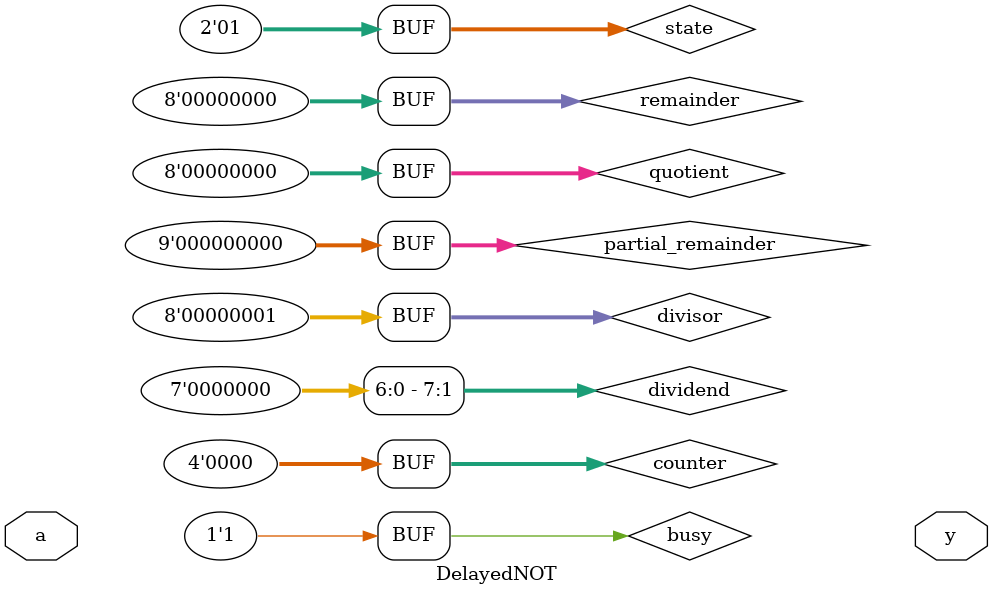
<source format=sv>
`timescale 1ns/1ps
module DelayedNOT(
    input wire a,
    output reg y
);
    // SRT division based implementation for delayed NOT operation
    // Using 8-bit width as specified
    
    // Internal registers for SRT division algorithm
    reg [7:0] dividend;
    reg [7:0] divisor;
    reg [7:0] quotient;
    reg [7:0] remainder;
    reg [3:0] counter;
    reg [8:0] partial_remainder; // One bit wider for sign detection
    reg busy;
    reg result;
    
    // States for the SRT division state machine
    localparam IDLE = 2'b00;
    localparam CALCULATE = 2'b01;
    localparam FINALIZE = 2'b10;
    reg [1:0] state;
    
    // The NOT operation is implemented using the fact that:
    // if (a == 1) then y = 0, else y = 1
    // Using SRT division, we'll set fixed values and use the 
    // calculation time as the delay mechanism
    
    always @(a) begin
        // Initialize SRT division with values that will complete in ~2ns
        dividend <= {7'd0, ~a}; // Invert input to match final output
        divisor <= 8'd1;        // Divide by 1 to preserve value
        counter <= 4'd0;
        busy <= 1'b1;
        state <= CALCULATE;
        partial_remainder <= 9'd0;
        quotient <= 8'd0;
        remainder <= 8'd0;
    end
    
    // SRT division state machine with timing control
    always @(state or busy) begin
        if (busy) begin
            case (state)
                CALCULATE: begin
                    if (counter < 4'd8) begin
                        // Simplified SRT division step
                        partial_remainder <= {partial_remainder[7:0], dividend[7]};
                        dividend <= {dividend[6:0], 1'b0};
                        
                        // Determine quotient bit based on partial remainder
                        if (partial_remainder >= {1'b0, divisor}) begin
                            quotient <= {quotient[6:0], 1'b1};
                            partial_remainder <= partial_remainder - {1'b0, divisor};
                        end
                        else begin
                            quotient <= {quotient[6:0], 1'b0};
                        end
                        
                        counter <= counter + 4'd1;
                    end
                    else begin
                        state <= FINALIZE;
                    end
                end
                
                FINALIZE: begin
                    remainder <= partial_remainder[7:0];
                    result <= quotient[0]; // Use the LSB of quotient as result
                    busy <= 1'b0;
                    state <= IDLE;
                    
                    // Use the result of calculation to set output with delay
                    y <= #2 quotient[0];
                end
                
                default: begin
                    state <= IDLE;
                    busy <= 1'b0;
                end
            endcase
        end
    end
endmodule
</source>
